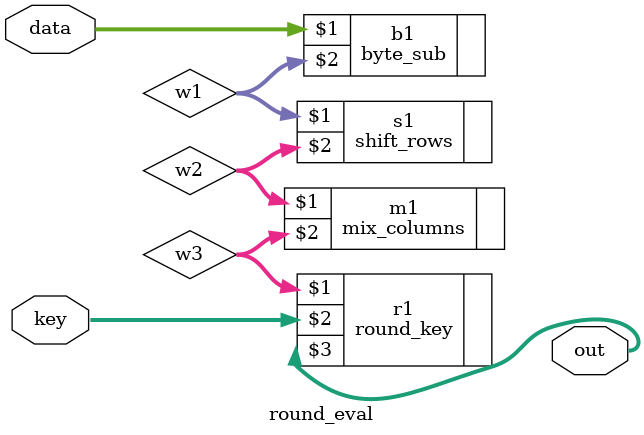
<source format=v>
`timescale 1ns / 1ps
module round_eval(data, key, out);

	input  [127:0] data;
	input  [127:0] key;
	output [127:0] out;
	
	wire [127:0] w1;
	wire [127:0] w2;
	wire [127:0] w3;
	
	byte_sub    b1(data, w1);
	shift_rows  s1(w1, w2);
	mix_columns m1(w2, w3);
	round_key   r1(w3, key, out);

endmodule

</source>
